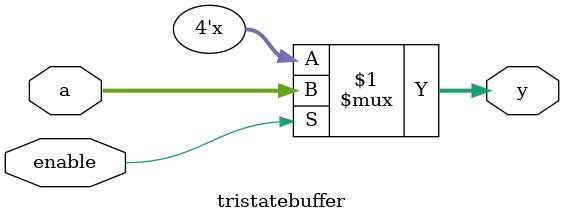
<source format=sv>
module tristatebuffer ( input logic [3:0] a, output logic [3:0] y, input logic enable);
	assign y = enable ? a : 4'bz;
endmodule  

</source>
